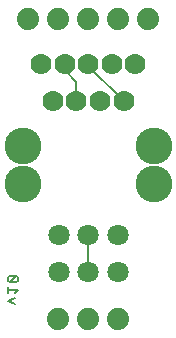
<source format=gbr>
G04 EAGLE Gerber RS-274X export*
G75*
%MOMM*%
%FSLAX34Y34*%
%LPD*%
%INBottom Copper*%
%IPPOS*%
%AMOC8*
5,1,8,0,0,1.08239X$1,22.5*%
G01*
%ADD10C,0.203200*%
%ADD11C,1.800000*%
%ADD12C,1.778000*%
%ADD13C,3.116000*%
%ADD14C,1.879600*%


D10*
X14059Y25083D02*
X8636Y27795D01*
X14059Y30507D01*
X14059Y34438D02*
X16771Y37150D01*
X8636Y37150D01*
X8636Y34438D02*
X8636Y39862D01*
X9992Y43794D02*
X15415Y43794D01*
X16771Y45149D01*
X16771Y47861D01*
X15415Y49217D01*
X9992Y49217D01*
X8636Y47861D01*
X8636Y45149D01*
X9992Y43794D01*
X15415Y49217D01*
D11*
X51200Y83750D03*
X76200Y83750D03*
X101200Y83750D03*
D12*
X76200Y228750D03*
X56200Y228750D03*
D13*
X20700Y158750D03*
X131700Y158750D03*
D12*
X96200Y228750D03*
X36200Y228750D03*
X116200Y228750D03*
D11*
X101200Y52000D03*
X76200Y52000D03*
X51200Y52000D03*
D12*
X66200Y197000D03*
X86200Y197000D03*
D13*
X131700Y127000D03*
X20700Y127000D03*
D12*
X46200Y197000D03*
X106200Y197000D03*
D14*
X50800Y12700D03*
X76200Y12700D03*
X101600Y12700D03*
X127000Y266700D03*
X101600Y266700D03*
X76200Y266700D03*
X50800Y266700D03*
X25400Y266700D03*
D10*
X76200Y83750D02*
X76200Y52000D01*
X66200Y197000D02*
X66200Y213200D01*
X56200Y223200D01*
X56200Y228750D01*
X76200Y227000D02*
X106200Y197000D01*
X76200Y227000D02*
X76200Y228750D01*
M02*

</source>
